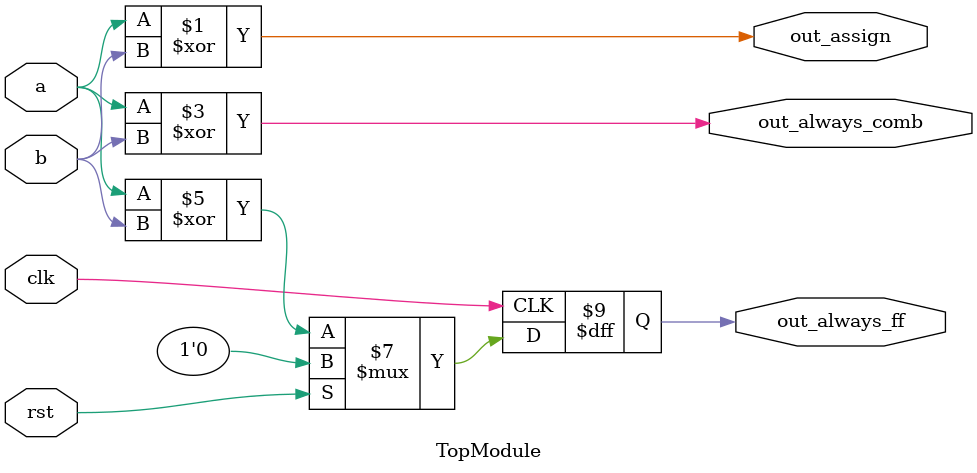
<source format=sv>
module TopModule (
    input logic clk,       // 1-bit clock signal, positive edge-triggered
    input logic rst,       // 1-bit synchronous reset signal
    input logic a,         // 1-bit input, unsigned
    input logic b,         // 1-bit input, unsigned
    output logic out_assign,       // 1-bit output, result of combinational XOR using assign
    output logic out_always_comb,  // 1-bit output, result of combinational XOR using always_comb
    output logic out_always_ff     // 1-bit output, result of sequential XOR using always_ff
);

    // Combinational logic using assign
    assign out_assign = a ^ b;

    // Combinational logic using always_comb
    always_comb begin
        out_always_comb = a ^ b;
    end

    // Sequential logic with synchronous reset
    always_ff @(posedge clk) begin
        if (rst) begin
            out_always_ff <= 1'b0;
        end else begin
            out_always_ff <= a ^ b;
        end
    end

endmodule
</source>
